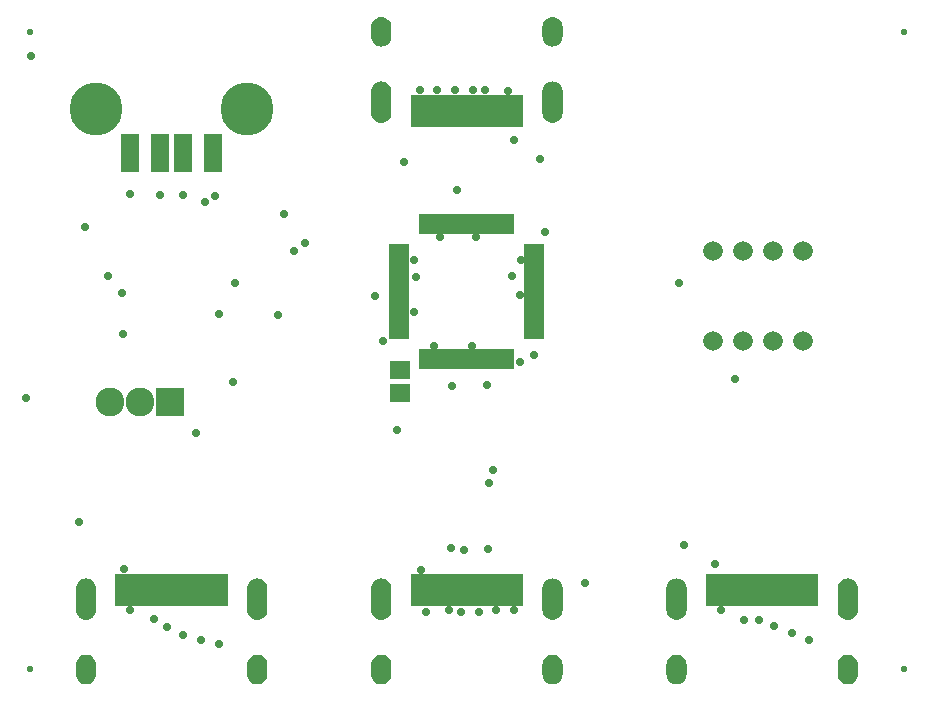
<source format=gbr>
G04 EAGLE Gerber RS-274X export*
G75*
%MOMM*%
%FSLAX34Y34*%
%LPD*%
%INSoldermask Top*%
%IPPOS*%
%AMOC8*
5,1,8,0,0,1.08239X$1,22.5*%
G01*
%ADD10C,0.553200*%
%ADD11R,0.503200X2.803200*%
%ADD12R,1.676400X0.482600*%
%ADD13R,0.482600X1.676400*%
%ADD14C,1.666238*%
%ADD15R,2.435200X2.435200*%
%ADD16C,2.435200*%
%ADD17R,1.503200X3.203200*%
%ADD18C,4.487200*%
%ADD19R,1.703200X1.503200*%
%ADD20C,0.705600*%

G36*
X474163Y493014D02*
X474163Y493014D01*
X474168Y493019D01*
X474173Y493016D01*
X475767Y493500D01*
X475771Y493506D01*
X475776Y493504D01*
X477246Y494289D01*
X477249Y494296D01*
X477254Y494294D01*
X478542Y495352D01*
X478543Y495359D01*
X478548Y495358D01*
X479606Y496646D01*
X479606Y496654D01*
X479611Y496654D01*
X480396Y498124D01*
X480395Y498131D01*
X480400Y498133D01*
X480884Y499727D01*
X480883Y499731D01*
X480885Y499732D01*
X480883Y499735D01*
X480886Y499737D01*
X481049Y501395D01*
X481047Y501398D01*
X481049Y501400D01*
X481049Y519400D01*
X481047Y519403D01*
X481049Y519405D01*
X480886Y521063D01*
X480881Y521068D01*
X480884Y521073D01*
X480400Y522667D01*
X480394Y522671D01*
X480396Y522676D01*
X479611Y524146D01*
X479604Y524149D01*
X479606Y524154D01*
X478548Y525442D01*
X478541Y525443D01*
X478542Y525448D01*
X477254Y526506D01*
X477246Y526506D01*
X477246Y526511D01*
X475776Y527296D01*
X475769Y527295D01*
X475767Y527300D01*
X474173Y527784D01*
X474166Y527781D01*
X474163Y527786D01*
X472505Y527949D01*
X472499Y527945D01*
X472495Y527949D01*
X470837Y527786D01*
X470832Y527781D01*
X470827Y527784D01*
X469233Y527300D01*
X469229Y527294D01*
X469224Y527296D01*
X467754Y526511D01*
X467751Y526504D01*
X467746Y526506D01*
X466458Y525448D01*
X466457Y525441D01*
X466452Y525442D01*
X465394Y524154D01*
X465394Y524146D01*
X465389Y524146D01*
X464604Y522676D01*
X464605Y522669D01*
X464600Y522667D01*
X464116Y521073D01*
X464119Y521066D01*
X464114Y521063D01*
X463951Y519405D01*
X463953Y519402D01*
X463951Y519400D01*
X463951Y501400D01*
X463953Y501397D01*
X463951Y501395D01*
X464114Y499737D01*
X464119Y499732D01*
X464116Y499727D01*
X464600Y498133D01*
X464606Y498129D01*
X464604Y498124D01*
X465389Y496654D01*
X465396Y496651D01*
X465394Y496646D01*
X466452Y495358D01*
X466459Y495357D01*
X466458Y495352D01*
X467746Y494294D01*
X467754Y494294D01*
X467754Y494289D01*
X469224Y493504D01*
X469231Y493505D01*
X469233Y493500D01*
X470827Y493016D01*
X470834Y493019D01*
X470837Y493014D01*
X472495Y492851D01*
X472501Y492855D01*
X472505Y492851D01*
X474163Y493014D01*
G37*
G36*
X329163Y493014D02*
X329163Y493014D01*
X329168Y493019D01*
X329173Y493016D01*
X330767Y493500D01*
X330771Y493506D01*
X330776Y493504D01*
X332246Y494289D01*
X332249Y494296D01*
X332254Y494294D01*
X333542Y495352D01*
X333543Y495359D01*
X333548Y495358D01*
X334606Y496646D01*
X334606Y496654D01*
X334611Y496654D01*
X335396Y498124D01*
X335395Y498131D01*
X335400Y498133D01*
X335884Y499727D01*
X335883Y499731D01*
X335885Y499732D01*
X335883Y499735D01*
X335886Y499737D01*
X336049Y501395D01*
X336047Y501398D01*
X336049Y501400D01*
X336049Y519400D01*
X336047Y519403D01*
X336049Y519405D01*
X335886Y521063D01*
X335881Y521068D01*
X335884Y521073D01*
X335400Y522667D01*
X335394Y522671D01*
X335396Y522676D01*
X334611Y524146D01*
X334604Y524149D01*
X334606Y524154D01*
X333548Y525442D01*
X333541Y525443D01*
X333542Y525448D01*
X332254Y526506D01*
X332246Y526506D01*
X332246Y526511D01*
X330776Y527296D01*
X330769Y527295D01*
X330767Y527300D01*
X329173Y527784D01*
X329166Y527781D01*
X329163Y527786D01*
X327505Y527949D01*
X327499Y527945D01*
X327495Y527949D01*
X325837Y527786D01*
X325832Y527781D01*
X325827Y527784D01*
X324233Y527300D01*
X324229Y527294D01*
X324224Y527296D01*
X322754Y526511D01*
X322751Y526504D01*
X322746Y526506D01*
X321458Y525448D01*
X321457Y525441D01*
X321452Y525442D01*
X320394Y524154D01*
X320394Y524146D01*
X320389Y524146D01*
X319604Y522676D01*
X319605Y522669D01*
X319600Y522667D01*
X319116Y521073D01*
X319119Y521066D01*
X319114Y521063D01*
X318951Y519405D01*
X318953Y519402D01*
X318951Y519400D01*
X318951Y501400D01*
X318953Y501397D01*
X318951Y501395D01*
X319114Y499737D01*
X319119Y499732D01*
X319116Y499727D01*
X319600Y498133D01*
X319606Y498129D01*
X319604Y498124D01*
X320389Y496654D01*
X320396Y496651D01*
X320394Y496646D01*
X321452Y495358D01*
X321459Y495357D01*
X321458Y495352D01*
X322746Y494294D01*
X322754Y494294D01*
X322754Y494289D01*
X324224Y493504D01*
X324231Y493505D01*
X324233Y493500D01*
X325827Y493016D01*
X325834Y493019D01*
X325837Y493014D01*
X327495Y492851D01*
X327501Y492855D01*
X327505Y492851D01*
X329163Y493014D01*
G37*
G36*
X79163Y72214D02*
X79163Y72214D01*
X79168Y72219D01*
X79173Y72216D01*
X80767Y72700D01*
X80771Y72706D01*
X80776Y72704D01*
X82246Y73489D01*
X82249Y73496D01*
X82254Y73494D01*
X83542Y74552D01*
X83543Y74559D01*
X83548Y74558D01*
X84606Y75846D01*
X84606Y75854D01*
X84611Y75854D01*
X85396Y77324D01*
X85395Y77331D01*
X85400Y77333D01*
X85884Y78927D01*
X85883Y78931D01*
X85885Y78932D01*
X85883Y78935D01*
X85886Y78937D01*
X86049Y80595D01*
X86047Y80598D01*
X86049Y80600D01*
X86049Y98600D01*
X86047Y98603D01*
X86049Y98605D01*
X85886Y100263D01*
X85881Y100268D01*
X85884Y100273D01*
X85400Y101867D01*
X85394Y101871D01*
X85396Y101876D01*
X84611Y103346D01*
X84604Y103349D01*
X84606Y103354D01*
X83548Y104642D01*
X83541Y104643D01*
X83542Y104648D01*
X82254Y105706D01*
X82246Y105706D01*
X82246Y105711D01*
X80776Y106496D01*
X80769Y106495D01*
X80767Y106500D01*
X79173Y106984D01*
X79166Y106981D01*
X79163Y106986D01*
X77505Y107149D01*
X77499Y107145D01*
X77495Y107149D01*
X75837Y106986D01*
X75832Y106981D01*
X75827Y106984D01*
X74233Y106500D01*
X74229Y106494D01*
X74224Y106496D01*
X72754Y105711D01*
X72751Y105704D01*
X72746Y105706D01*
X71458Y104648D01*
X71457Y104641D01*
X71452Y104642D01*
X70394Y103354D01*
X70394Y103346D01*
X70389Y103346D01*
X69604Y101876D01*
X69605Y101869D01*
X69600Y101867D01*
X69116Y100273D01*
X69119Y100266D01*
X69114Y100263D01*
X68951Y98605D01*
X68953Y98602D01*
X68951Y98600D01*
X68951Y80600D01*
X68953Y80597D01*
X68951Y80595D01*
X69114Y78937D01*
X69119Y78932D01*
X69116Y78927D01*
X69600Y77333D01*
X69606Y77329D01*
X69604Y77324D01*
X70389Y75854D01*
X70396Y75851D01*
X70394Y75846D01*
X71452Y74558D01*
X71459Y74557D01*
X71458Y74552D01*
X72746Y73494D01*
X72754Y73494D01*
X72754Y73489D01*
X74224Y72704D01*
X74231Y72705D01*
X74233Y72700D01*
X75827Y72216D01*
X75834Y72219D01*
X75837Y72214D01*
X77495Y72051D01*
X77501Y72055D01*
X77505Y72051D01*
X79163Y72214D01*
G37*
G36*
X329163Y72214D02*
X329163Y72214D01*
X329168Y72219D01*
X329173Y72216D01*
X330767Y72700D01*
X330771Y72706D01*
X330776Y72704D01*
X332246Y73489D01*
X332249Y73496D01*
X332254Y73494D01*
X333542Y74552D01*
X333543Y74559D01*
X333548Y74558D01*
X334606Y75846D01*
X334606Y75854D01*
X334611Y75854D01*
X335396Y77324D01*
X335395Y77331D01*
X335400Y77333D01*
X335884Y78927D01*
X335883Y78931D01*
X335885Y78932D01*
X335883Y78935D01*
X335886Y78937D01*
X336049Y80595D01*
X336047Y80598D01*
X336049Y80600D01*
X336049Y98600D01*
X336047Y98603D01*
X336049Y98605D01*
X335886Y100263D01*
X335881Y100268D01*
X335884Y100273D01*
X335400Y101867D01*
X335394Y101871D01*
X335396Y101876D01*
X334611Y103346D01*
X334604Y103349D01*
X334606Y103354D01*
X333548Y104642D01*
X333541Y104643D01*
X333542Y104648D01*
X332254Y105706D01*
X332246Y105706D01*
X332246Y105711D01*
X330776Y106496D01*
X330769Y106495D01*
X330767Y106500D01*
X329173Y106984D01*
X329166Y106981D01*
X329163Y106986D01*
X327505Y107149D01*
X327499Y107145D01*
X327495Y107149D01*
X325837Y106986D01*
X325832Y106981D01*
X325827Y106984D01*
X324233Y106500D01*
X324229Y106494D01*
X324224Y106496D01*
X322754Y105711D01*
X322751Y105704D01*
X322746Y105706D01*
X321458Y104648D01*
X321457Y104641D01*
X321452Y104642D01*
X320394Y103354D01*
X320394Y103346D01*
X320389Y103346D01*
X319604Y101876D01*
X319605Y101869D01*
X319600Y101867D01*
X319116Y100273D01*
X319119Y100266D01*
X319114Y100263D01*
X318951Y98605D01*
X318953Y98602D01*
X318951Y98600D01*
X318951Y80600D01*
X318953Y80597D01*
X318951Y80595D01*
X319114Y78937D01*
X319119Y78932D01*
X319116Y78927D01*
X319600Y77333D01*
X319606Y77329D01*
X319604Y77324D01*
X320389Y75854D01*
X320396Y75851D01*
X320394Y75846D01*
X321452Y74558D01*
X321459Y74557D01*
X321458Y74552D01*
X322746Y73494D01*
X322754Y73494D01*
X322754Y73489D01*
X324224Y72704D01*
X324231Y72705D01*
X324233Y72700D01*
X325827Y72216D01*
X325834Y72219D01*
X325837Y72214D01*
X327495Y72051D01*
X327501Y72055D01*
X327505Y72051D01*
X329163Y72214D01*
G37*
G36*
X579163Y72214D02*
X579163Y72214D01*
X579168Y72219D01*
X579173Y72216D01*
X580767Y72700D01*
X580771Y72706D01*
X580776Y72704D01*
X582246Y73489D01*
X582249Y73496D01*
X582254Y73494D01*
X583542Y74552D01*
X583543Y74559D01*
X583548Y74558D01*
X584606Y75846D01*
X584606Y75854D01*
X584611Y75854D01*
X585396Y77324D01*
X585395Y77331D01*
X585400Y77333D01*
X585884Y78927D01*
X585883Y78931D01*
X585885Y78932D01*
X585883Y78935D01*
X585886Y78937D01*
X586049Y80595D01*
X586047Y80598D01*
X586049Y80600D01*
X586049Y98600D01*
X586047Y98603D01*
X586049Y98605D01*
X585886Y100263D01*
X585881Y100268D01*
X585884Y100273D01*
X585400Y101867D01*
X585394Y101871D01*
X585396Y101876D01*
X584611Y103346D01*
X584604Y103349D01*
X584606Y103354D01*
X583548Y104642D01*
X583541Y104643D01*
X583542Y104648D01*
X582254Y105706D01*
X582246Y105706D01*
X582246Y105711D01*
X580776Y106496D01*
X580769Y106495D01*
X580767Y106500D01*
X579173Y106984D01*
X579166Y106981D01*
X579163Y106986D01*
X577505Y107149D01*
X577499Y107145D01*
X577495Y107149D01*
X575837Y106986D01*
X575832Y106981D01*
X575827Y106984D01*
X574233Y106500D01*
X574229Y106494D01*
X574224Y106496D01*
X572754Y105711D01*
X572751Y105704D01*
X572746Y105706D01*
X571458Y104648D01*
X571457Y104641D01*
X571452Y104642D01*
X570394Y103354D01*
X570394Y103346D01*
X570389Y103346D01*
X569604Y101876D01*
X569605Y101869D01*
X569600Y101867D01*
X569116Y100273D01*
X569119Y100266D01*
X569114Y100263D01*
X568951Y98605D01*
X568953Y98602D01*
X568951Y98600D01*
X568951Y80600D01*
X568953Y80597D01*
X568951Y80595D01*
X569114Y78937D01*
X569119Y78932D01*
X569116Y78927D01*
X569600Y77333D01*
X569606Y77329D01*
X569604Y77324D01*
X570389Y75854D01*
X570396Y75851D01*
X570394Y75846D01*
X571452Y74558D01*
X571459Y74557D01*
X571458Y74552D01*
X572746Y73494D01*
X572754Y73494D01*
X572754Y73489D01*
X574224Y72704D01*
X574231Y72705D01*
X574233Y72700D01*
X575827Y72216D01*
X575834Y72219D01*
X575837Y72214D01*
X577495Y72051D01*
X577501Y72055D01*
X577505Y72051D01*
X579163Y72214D01*
G37*
G36*
X724163Y72214D02*
X724163Y72214D01*
X724168Y72219D01*
X724173Y72216D01*
X725767Y72700D01*
X725771Y72706D01*
X725776Y72704D01*
X727246Y73489D01*
X727249Y73496D01*
X727254Y73494D01*
X728542Y74552D01*
X728543Y74559D01*
X728548Y74558D01*
X729606Y75846D01*
X729606Y75854D01*
X729611Y75854D01*
X730396Y77324D01*
X730395Y77331D01*
X730400Y77333D01*
X730884Y78927D01*
X730883Y78931D01*
X730885Y78932D01*
X730883Y78935D01*
X730886Y78937D01*
X731049Y80595D01*
X731047Y80598D01*
X731049Y80600D01*
X731049Y98600D01*
X731047Y98603D01*
X731049Y98605D01*
X730886Y100263D01*
X730881Y100268D01*
X730884Y100273D01*
X730400Y101867D01*
X730394Y101871D01*
X730396Y101876D01*
X729611Y103346D01*
X729604Y103349D01*
X729606Y103354D01*
X728548Y104642D01*
X728541Y104643D01*
X728542Y104648D01*
X727254Y105706D01*
X727246Y105706D01*
X727246Y105711D01*
X725776Y106496D01*
X725769Y106495D01*
X725767Y106500D01*
X724173Y106984D01*
X724166Y106981D01*
X724163Y106986D01*
X722505Y107149D01*
X722499Y107145D01*
X722495Y107149D01*
X720837Y106986D01*
X720832Y106981D01*
X720827Y106984D01*
X719233Y106500D01*
X719229Y106494D01*
X719224Y106496D01*
X717754Y105711D01*
X717751Y105704D01*
X717746Y105706D01*
X716458Y104648D01*
X716457Y104641D01*
X716452Y104642D01*
X715394Y103354D01*
X715394Y103346D01*
X715389Y103346D01*
X714604Y101876D01*
X714605Y101869D01*
X714600Y101867D01*
X714116Y100273D01*
X714119Y100266D01*
X714114Y100263D01*
X713951Y98605D01*
X713953Y98602D01*
X713951Y98600D01*
X713951Y80600D01*
X713953Y80597D01*
X713951Y80595D01*
X714114Y78937D01*
X714119Y78932D01*
X714116Y78927D01*
X714600Y77333D01*
X714606Y77329D01*
X714604Y77324D01*
X715389Y75854D01*
X715396Y75851D01*
X715394Y75846D01*
X716452Y74558D01*
X716459Y74557D01*
X716458Y74552D01*
X717746Y73494D01*
X717754Y73494D01*
X717754Y73489D01*
X719224Y72704D01*
X719231Y72705D01*
X719233Y72700D01*
X720827Y72216D01*
X720834Y72219D01*
X720837Y72214D01*
X722495Y72051D01*
X722501Y72055D01*
X722505Y72051D01*
X724163Y72214D01*
G37*
G36*
X224163Y72214D02*
X224163Y72214D01*
X224168Y72219D01*
X224173Y72216D01*
X225767Y72700D01*
X225771Y72706D01*
X225776Y72704D01*
X227246Y73489D01*
X227249Y73496D01*
X227254Y73494D01*
X228542Y74552D01*
X228543Y74559D01*
X228548Y74558D01*
X229606Y75846D01*
X229606Y75854D01*
X229611Y75854D01*
X230396Y77324D01*
X230395Y77331D01*
X230400Y77333D01*
X230884Y78927D01*
X230883Y78931D01*
X230885Y78932D01*
X230883Y78935D01*
X230886Y78937D01*
X231049Y80595D01*
X231047Y80598D01*
X231049Y80600D01*
X231049Y98600D01*
X231047Y98603D01*
X231049Y98605D01*
X230886Y100263D01*
X230881Y100268D01*
X230884Y100273D01*
X230400Y101867D01*
X230394Y101871D01*
X230396Y101876D01*
X229611Y103346D01*
X229604Y103349D01*
X229606Y103354D01*
X228548Y104642D01*
X228541Y104643D01*
X228542Y104648D01*
X227254Y105706D01*
X227246Y105706D01*
X227246Y105711D01*
X225776Y106496D01*
X225769Y106495D01*
X225767Y106500D01*
X224173Y106984D01*
X224166Y106981D01*
X224163Y106986D01*
X222505Y107149D01*
X222499Y107145D01*
X222495Y107149D01*
X220837Y106986D01*
X220832Y106981D01*
X220827Y106984D01*
X219233Y106500D01*
X219229Y106494D01*
X219224Y106496D01*
X217754Y105711D01*
X217751Y105704D01*
X217746Y105706D01*
X216458Y104648D01*
X216457Y104641D01*
X216452Y104642D01*
X215394Y103354D01*
X215394Y103346D01*
X215389Y103346D01*
X214604Y101876D01*
X214605Y101869D01*
X214600Y101867D01*
X214116Y100273D01*
X214119Y100266D01*
X214114Y100263D01*
X213951Y98605D01*
X213953Y98602D01*
X213951Y98600D01*
X213951Y80600D01*
X213953Y80597D01*
X213951Y80595D01*
X214114Y78937D01*
X214119Y78932D01*
X214116Y78927D01*
X214600Y77333D01*
X214606Y77329D01*
X214604Y77324D01*
X215389Y75854D01*
X215396Y75851D01*
X215394Y75846D01*
X216452Y74558D01*
X216459Y74557D01*
X216458Y74552D01*
X217746Y73494D01*
X217754Y73494D01*
X217754Y73489D01*
X219224Y72704D01*
X219231Y72705D01*
X219233Y72700D01*
X220827Y72216D01*
X220834Y72219D01*
X220837Y72214D01*
X222495Y72051D01*
X222501Y72055D01*
X222505Y72051D01*
X224163Y72214D01*
G37*
G36*
X474163Y72214D02*
X474163Y72214D01*
X474168Y72219D01*
X474173Y72216D01*
X475767Y72700D01*
X475771Y72706D01*
X475776Y72704D01*
X477246Y73489D01*
X477249Y73496D01*
X477254Y73494D01*
X478542Y74552D01*
X478543Y74559D01*
X478548Y74558D01*
X479606Y75846D01*
X479606Y75854D01*
X479611Y75854D01*
X480396Y77324D01*
X480395Y77331D01*
X480400Y77333D01*
X480884Y78927D01*
X480883Y78931D01*
X480885Y78932D01*
X480883Y78935D01*
X480886Y78937D01*
X481049Y80595D01*
X481047Y80598D01*
X481049Y80600D01*
X481049Y98600D01*
X481047Y98603D01*
X481049Y98605D01*
X480886Y100263D01*
X480881Y100268D01*
X480884Y100273D01*
X480400Y101867D01*
X480394Y101871D01*
X480396Y101876D01*
X479611Y103346D01*
X479604Y103349D01*
X479606Y103354D01*
X478548Y104642D01*
X478541Y104643D01*
X478542Y104648D01*
X477254Y105706D01*
X477246Y105706D01*
X477246Y105711D01*
X475776Y106496D01*
X475769Y106495D01*
X475767Y106500D01*
X474173Y106984D01*
X474166Y106981D01*
X474163Y106986D01*
X472505Y107149D01*
X472499Y107145D01*
X472495Y107149D01*
X470837Y106986D01*
X470832Y106981D01*
X470827Y106984D01*
X469233Y106500D01*
X469229Y106494D01*
X469224Y106496D01*
X467754Y105711D01*
X467751Y105704D01*
X467746Y105706D01*
X466458Y104648D01*
X466457Y104641D01*
X466452Y104642D01*
X465394Y103354D01*
X465394Y103346D01*
X465389Y103346D01*
X464604Y101876D01*
X464605Y101869D01*
X464600Y101867D01*
X464116Y100273D01*
X464119Y100266D01*
X464114Y100263D01*
X463951Y98605D01*
X463953Y98602D01*
X463951Y98600D01*
X463951Y80600D01*
X463953Y80597D01*
X463951Y80595D01*
X464114Y78937D01*
X464119Y78932D01*
X464116Y78927D01*
X464600Y77333D01*
X464606Y77329D01*
X464604Y77324D01*
X465389Y75854D01*
X465396Y75851D01*
X465394Y75846D01*
X466452Y74558D01*
X466459Y74557D01*
X466458Y74552D01*
X467746Y73494D01*
X467754Y73494D01*
X467754Y73489D01*
X469224Y72704D01*
X469231Y72705D01*
X469233Y72700D01*
X470827Y72216D01*
X470834Y72219D01*
X470837Y72214D01*
X472495Y72051D01*
X472501Y72055D01*
X472505Y72051D01*
X474163Y72214D01*
G37*
G36*
X474163Y557614D02*
X474163Y557614D01*
X474168Y557619D01*
X474173Y557616D01*
X475767Y558100D01*
X475771Y558106D01*
X475776Y558104D01*
X477246Y558889D01*
X477249Y558896D01*
X477254Y558894D01*
X478542Y559952D01*
X478543Y559959D01*
X478548Y559958D01*
X479606Y561246D01*
X479606Y561254D01*
X479611Y561254D01*
X480396Y562724D01*
X480395Y562731D01*
X480400Y562733D01*
X480884Y564327D01*
X480883Y564331D01*
X480884Y564332D01*
X480883Y564335D01*
X480886Y564337D01*
X481049Y565995D01*
X481047Y565998D01*
X481049Y566000D01*
X481049Y574000D01*
X481047Y574003D01*
X481049Y574005D01*
X480886Y575663D01*
X480881Y575668D01*
X480884Y575673D01*
X480400Y577267D01*
X480394Y577271D01*
X480396Y577276D01*
X479611Y578746D01*
X479604Y578749D01*
X479606Y578754D01*
X478548Y580042D01*
X478541Y580043D01*
X478542Y580048D01*
X477254Y581106D01*
X477246Y581106D01*
X477246Y581111D01*
X475776Y581896D01*
X475769Y581895D01*
X475767Y581900D01*
X474173Y582384D01*
X474166Y582381D01*
X474163Y582386D01*
X472505Y582549D01*
X472499Y582545D01*
X472495Y582549D01*
X470837Y582386D01*
X470832Y582381D01*
X470827Y582384D01*
X469233Y581900D01*
X469229Y581894D01*
X469224Y581896D01*
X467754Y581111D01*
X467751Y581104D01*
X467746Y581106D01*
X466458Y580048D01*
X466457Y580041D01*
X466452Y580042D01*
X465394Y578754D01*
X465394Y578746D01*
X465389Y578746D01*
X464604Y577276D01*
X464605Y577269D01*
X464600Y577267D01*
X464116Y575673D01*
X464119Y575666D01*
X464114Y575663D01*
X463951Y574005D01*
X463953Y574002D01*
X463951Y574000D01*
X463951Y566000D01*
X463953Y565997D01*
X463951Y565995D01*
X464114Y564337D01*
X464119Y564332D01*
X464116Y564327D01*
X464600Y562733D01*
X464606Y562729D01*
X464604Y562724D01*
X465389Y561254D01*
X465396Y561251D01*
X465394Y561246D01*
X466452Y559958D01*
X466459Y559957D01*
X466458Y559952D01*
X467746Y558894D01*
X467754Y558894D01*
X467754Y558889D01*
X469224Y558104D01*
X469231Y558105D01*
X469233Y558100D01*
X470827Y557616D01*
X470834Y557619D01*
X470837Y557614D01*
X472495Y557451D01*
X472501Y557455D01*
X472505Y557451D01*
X474163Y557614D01*
G37*
G36*
X329163Y557614D02*
X329163Y557614D01*
X329168Y557619D01*
X329173Y557616D01*
X330767Y558100D01*
X330771Y558106D01*
X330776Y558104D01*
X332246Y558889D01*
X332249Y558896D01*
X332254Y558894D01*
X333542Y559952D01*
X333543Y559959D01*
X333548Y559958D01*
X334606Y561246D01*
X334606Y561254D01*
X334611Y561254D01*
X335396Y562724D01*
X335395Y562731D01*
X335400Y562733D01*
X335884Y564327D01*
X335883Y564331D01*
X335884Y564332D01*
X335883Y564335D01*
X335886Y564337D01*
X336049Y565995D01*
X336047Y565998D01*
X336049Y566000D01*
X336049Y574000D01*
X336047Y574003D01*
X336049Y574005D01*
X335886Y575663D01*
X335881Y575668D01*
X335884Y575673D01*
X335400Y577267D01*
X335394Y577271D01*
X335396Y577276D01*
X334611Y578746D01*
X334604Y578749D01*
X334606Y578754D01*
X333548Y580042D01*
X333541Y580043D01*
X333542Y580048D01*
X332254Y581106D01*
X332246Y581106D01*
X332246Y581111D01*
X330776Y581896D01*
X330769Y581895D01*
X330767Y581900D01*
X329173Y582384D01*
X329166Y582381D01*
X329163Y582386D01*
X327505Y582549D01*
X327499Y582545D01*
X327495Y582549D01*
X325837Y582386D01*
X325832Y582381D01*
X325827Y582384D01*
X324233Y581900D01*
X324229Y581894D01*
X324224Y581896D01*
X322754Y581111D01*
X322751Y581104D01*
X322746Y581106D01*
X321458Y580048D01*
X321457Y580041D01*
X321452Y580042D01*
X320394Y578754D01*
X320394Y578746D01*
X320389Y578746D01*
X319604Y577276D01*
X319605Y577269D01*
X319600Y577267D01*
X319116Y575673D01*
X319119Y575666D01*
X319114Y575663D01*
X318951Y574005D01*
X318953Y574002D01*
X318951Y574000D01*
X318951Y566000D01*
X318953Y565997D01*
X318951Y565995D01*
X319114Y564337D01*
X319119Y564332D01*
X319116Y564327D01*
X319600Y562733D01*
X319606Y562729D01*
X319604Y562724D01*
X320389Y561254D01*
X320396Y561251D01*
X320394Y561246D01*
X321452Y559958D01*
X321459Y559957D01*
X321458Y559952D01*
X322746Y558894D01*
X322754Y558894D01*
X322754Y558889D01*
X324224Y558104D01*
X324231Y558105D01*
X324233Y558100D01*
X325827Y557616D01*
X325834Y557619D01*
X325837Y557614D01*
X327495Y557451D01*
X327501Y557455D01*
X327505Y557451D01*
X329163Y557614D01*
G37*
G36*
X724163Y17614D02*
X724163Y17614D01*
X724168Y17619D01*
X724173Y17616D01*
X725767Y18100D01*
X725771Y18106D01*
X725776Y18104D01*
X727246Y18889D01*
X727249Y18896D01*
X727254Y18894D01*
X728542Y19952D01*
X728543Y19959D01*
X728548Y19958D01*
X729606Y21246D01*
X729606Y21254D01*
X729611Y21254D01*
X730396Y22724D01*
X730395Y22731D01*
X730400Y22733D01*
X730884Y24327D01*
X730883Y24331D01*
X730884Y24332D01*
X730883Y24335D01*
X730886Y24337D01*
X731049Y25995D01*
X731047Y25998D01*
X731049Y26000D01*
X731049Y34000D01*
X731047Y34003D01*
X731049Y34005D01*
X730886Y35663D01*
X730881Y35668D01*
X730884Y35673D01*
X730400Y37267D01*
X730394Y37271D01*
X730396Y37276D01*
X729611Y38746D01*
X729604Y38749D01*
X729606Y38754D01*
X728548Y40042D01*
X728541Y40043D01*
X728542Y40048D01*
X727254Y41106D01*
X727246Y41106D01*
X727246Y41111D01*
X725776Y41896D01*
X725769Y41895D01*
X725767Y41900D01*
X724173Y42384D01*
X724166Y42381D01*
X724163Y42386D01*
X722505Y42549D01*
X722499Y42545D01*
X722495Y42549D01*
X720837Y42386D01*
X720832Y42381D01*
X720827Y42384D01*
X719233Y41900D01*
X719229Y41894D01*
X719224Y41896D01*
X717754Y41111D01*
X717751Y41104D01*
X717746Y41106D01*
X716458Y40048D01*
X716457Y40041D01*
X716452Y40042D01*
X715394Y38754D01*
X715394Y38746D01*
X715389Y38746D01*
X714604Y37276D01*
X714605Y37269D01*
X714600Y37267D01*
X714116Y35673D01*
X714119Y35666D01*
X714114Y35663D01*
X713951Y34005D01*
X713953Y34002D01*
X713951Y34000D01*
X713951Y26000D01*
X713953Y25997D01*
X713951Y25995D01*
X714114Y24337D01*
X714119Y24332D01*
X714116Y24327D01*
X714600Y22733D01*
X714606Y22729D01*
X714604Y22724D01*
X715389Y21254D01*
X715396Y21251D01*
X715394Y21246D01*
X716452Y19958D01*
X716459Y19957D01*
X716458Y19952D01*
X717746Y18894D01*
X717754Y18894D01*
X717754Y18889D01*
X719224Y18104D01*
X719231Y18105D01*
X719233Y18100D01*
X720827Y17616D01*
X720834Y17619D01*
X720837Y17614D01*
X722495Y17451D01*
X722501Y17455D01*
X722505Y17451D01*
X724163Y17614D01*
G37*
G36*
X329163Y17614D02*
X329163Y17614D01*
X329168Y17619D01*
X329173Y17616D01*
X330767Y18100D01*
X330771Y18106D01*
X330776Y18104D01*
X332246Y18889D01*
X332249Y18896D01*
X332254Y18894D01*
X333542Y19952D01*
X333543Y19959D01*
X333548Y19958D01*
X334606Y21246D01*
X334606Y21254D01*
X334611Y21254D01*
X335396Y22724D01*
X335395Y22731D01*
X335400Y22733D01*
X335884Y24327D01*
X335883Y24331D01*
X335884Y24332D01*
X335883Y24335D01*
X335886Y24337D01*
X336049Y25995D01*
X336047Y25998D01*
X336049Y26000D01*
X336049Y34000D01*
X336047Y34003D01*
X336049Y34005D01*
X335886Y35663D01*
X335881Y35668D01*
X335884Y35673D01*
X335400Y37267D01*
X335394Y37271D01*
X335396Y37276D01*
X334611Y38746D01*
X334604Y38749D01*
X334606Y38754D01*
X333548Y40042D01*
X333541Y40043D01*
X333542Y40048D01*
X332254Y41106D01*
X332246Y41106D01*
X332246Y41111D01*
X330776Y41896D01*
X330769Y41895D01*
X330767Y41900D01*
X329173Y42384D01*
X329166Y42381D01*
X329163Y42386D01*
X327505Y42549D01*
X327499Y42545D01*
X327495Y42549D01*
X325837Y42386D01*
X325832Y42381D01*
X325827Y42384D01*
X324233Y41900D01*
X324229Y41894D01*
X324224Y41896D01*
X322754Y41111D01*
X322751Y41104D01*
X322746Y41106D01*
X321458Y40048D01*
X321457Y40041D01*
X321452Y40042D01*
X320394Y38754D01*
X320394Y38746D01*
X320389Y38746D01*
X319604Y37276D01*
X319605Y37269D01*
X319600Y37267D01*
X319116Y35673D01*
X319119Y35666D01*
X319114Y35663D01*
X318951Y34005D01*
X318953Y34002D01*
X318951Y34000D01*
X318951Y26000D01*
X318953Y25997D01*
X318951Y25995D01*
X319114Y24337D01*
X319119Y24332D01*
X319116Y24327D01*
X319600Y22733D01*
X319606Y22729D01*
X319604Y22724D01*
X320389Y21254D01*
X320396Y21251D01*
X320394Y21246D01*
X321452Y19958D01*
X321459Y19957D01*
X321458Y19952D01*
X322746Y18894D01*
X322754Y18894D01*
X322754Y18889D01*
X324224Y18104D01*
X324231Y18105D01*
X324233Y18100D01*
X325827Y17616D01*
X325834Y17619D01*
X325837Y17614D01*
X327495Y17451D01*
X327501Y17455D01*
X327505Y17451D01*
X329163Y17614D01*
G37*
G36*
X474163Y17614D02*
X474163Y17614D01*
X474168Y17619D01*
X474173Y17616D01*
X475767Y18100D01*
X475771Y18106D01*
X475776Y18104D01*
X477246Y18889D01*
X477249Y18896D01*
X477254Y18894D01*
X478542Y19952D01*
X478543Y19959D01*
X478548Y19958D01*
X479606Y21246D01*
X479606Y21254D01*
X479611Y21254D01*
X480396Y22724D01*
X480395Y22731D01*
X480400Y22733D01*
X480884Y24327D01*
X480883Y24331D01*
X480884Y24332D01*
X480883Y24335D01*
X480886Y24337D01*
X481049Y25995D01*
X481047Y25998D01*
X481049Y26000D01*
X481049Y34000D01*
X481047Y34003D01*
X481049Y34005D01*
X480886Y35663D01*
X480881Y35668D01*
X480884Y35673D01*
X480400Y37267D01*
X480394Y37271D01*
X480396Y37276D01*
X479611Y38746D01*
X479604Y38749D01*
X479606Y38754D01*
X478548Y40042D01*
X478541Y40043D01*
X478542Y40048D01*
X477254Y41106D01*
X477246Y41106D01*
X477246Y41111D01*
X475776Y41896D01*
X475769Y41895D01*
X475767Y41900D01*
X474173Y42384D01*
X474166Y42381D01*
X474163Y42386D01*
X472505Y42549D01*
X472499Y42545D01*
X472495Y42549D01*
X470837Y42386D01*
X470832Y42381D01*
X470827Y42384D01*
X469233Y41900D01*
X469229Y41894D01*
X469224Y41896D01*
X467754Y41111D01*
X467751Y41104D01*
X467746Y41106D01*
X466458Y40048D01*
X466457Y40041D01*
X466452Y40042D01*
X465394Y38754D01*
X465394Y38746D01*
X465389Y38746D01*
X464604Y37276D01*
X464605Y37269D01*
X464600Y37267D01*
X464116Y35673D01*
X464119Y35666D01*
X464114Y35663D01*
X463951Y34005D01*
X463953Y34002D01*
X463951Y34000D01*
X463951Y26000D01*
X463953Y25997D01*
X463951Y25995D01*
X464114Y24337D01*
X464119Y24332D01*
X464116Y24327D01*
X464600Y22733D01*
X464606Y22729D01*
X464604Y22724D01*
X465389Y21254D01*
X465396Y21251D01*
X465394Y21246D01*
X466452Y19958D01*
X466459Y19957D01*
X466458Y19952D01*
X467746Y18894D01*
X467754Y18894D01*
X467754Y18889D01*
X469224Y18104D01*
X469231Y18105D01*
X469233Y18100D01*
X470827Y17616D01*
X470834Y17619D01*
X470837Y17614D01*
X472495Y17451D01*
X472501Y17455D01*
X472505Y17451D01*
X474163Y17614D01*
G37*
G36*
X224163Y17614D02*
X224163Y17614D01*
X224168Y17619D01*
X224173Y17616D01*
X225767Y18100D01*
X225771Y18106D01*
X225776Y18104D01*
X227246Y18889D01*
X227249Y18896D01*
X227254Y18894D01*
X228542Y19952D01*
X228543Y19959D01*
X228548Y19958D01*
X229606Y21246D01*
X229606Y21254D01*
X229611Y21254D01*
X230396Y22724D01*
X230395Y22731D01*
X230400Y22733D01*
X230884Y24327D01*
X230883Y24331D01*
X230884Y24332D01*
X230883Y24335D01*
X230886Y24337D01*
X231049Y25995D01*
X231047Y25998D01*
X231049Y26000D01*
X231049Y34000D01*
X231047Y34003D01*
X231049Y34005D01*
X230886Y35663D01*
X230881Y35668D01*
X230884Y35673D01*
X230400Y37267D01*
X230394Y37271D01*
X230396Y37276D01*
X229611Y38746D01*
X229604Y38749D01*
X229606Y38754D01*
X228548Y40042D01*
X228541Y40043D01*
X228542Y40048D01*
X227254Y41106D01*
X227246Y41106D01*
X227246Y41111D01*
X225776Y41896D01*
X225769Y41895D01*
X225767Y41900D01*
X224173Y42384D01*
X224166Y42381D01*
X224163Y42386D01*
X222505Y42549D01*
X222499Y42545D01*
X222495Y42549D01*
X220837Y42386D01*
X220832Y42381D01*
X220827Y42384D01*
X219233Y41900D01*
X219229Y41894D01*
X219224Y41896D01*
X217754Y41111D01*
X217751Y41104D01*
X217746Y41106D01*
X216458Y40048D01*
X216457Y40041D01*
X216452Y40042D01*
X215394Y38754D01*
X215394Y38746D01*
X215389Y38746D01*
X214604Y37276D01*
X214605Y37269D01*
X214600Y37267D01*
X214116Y35673D01*
X214119Y35666D01*
X214114Y35663D01*
X213951Y34005D01*
X213953Y34002D01*
X213951Y34000D01*
X213951Y26000D01*
X213953Y25997D01*
X213951Y25995D01*
X214114Y24337D01*
X214119Y24332D01*
X214116Y24327D01*
X214600Y22733D01*
X214606Y22729D01*
X214604Y22724D01*
X215389Y21254D01*
X215396Y21251D01*
X215394Y21246D01*
X216452Y19958D01*
X216459Y19957D01*
X216458Y19952D01*
X217746Y18894D01*
X217754Y18894D01*
X217754Y18889D01*
X219224Y18104D01*
X219231Y18105D01*
X219233Y18100D01*
X220827Y17616D01*
X220834Y17619D01*
X220837Y17614D01*
X222495Y17451D01*
X222501Y17455D01*
X222505Y17451D01*
X224163Y17614D01*
G37*
G36*
X579163Y17614D02*
X579163Y17614D01*
X579168Y17619D01*
X579173Y17616D01*
X580767Y18100D01*
X580771Y18106D01*
X580776Y18104D01*
X582246Y18889D01*
X582249Y18896D01*
X582254Y18894D01*
X583542Y19952D01*
X583543Y19959D01*
X583548Y19958D01*
X584606Y21246D01*
X584606Y21254D01*
X584611Y21254D01*
X585396Y22724D01*
X585395Y22731D01*
X585400Y22733D01*
X585884Y24327D01*
X585883Y24331D01*
X585884Y24332D01*
X585883Y24335D01*
X585886Y24337D01*
X586049Y25995D01*
X586047Y25998D01*
X586049Y26000D01*
X586049Y34000D01*
X586047Y34003D01*
X586049Y34005D01*
X585886Y35663D01*
X585881Y35668D01*
X585884Y35673D01*
X585400Y37267D01*
X585394Y37271D01*
X585396Y37276D01*
X584611Y38746D01*
X584604Y38749D01*
X584606Y38754D01*
X583548Y40042D01*
X583541Y40043D01*
X583542Y40048D01*
X582254Y41106D01*
X582246Y41106D01*
X582246Y41111D01*
X580776Y41896D01*
X580769Y41895D01*
X580767Y41900D01*
X579173Y42384D01*
X579166Y42381D01*
X579163Y42386D01*
X577505Y42549D01*
X577499Y42545D01*
X577495Y42549D01*
X575837Y42386D01*
X575832Y42381D01*
X575827Y42384D01*
X574233Y41900D01*
X574229Y41894D01*
X574224Y41896D01*
X572754Y41111D01*
X572751Y41104D01*
X572746Y41106D01*
X571458Y40048D01*
X571457Y40041D01*
X571452Y40042D01*
X570394Y38754D01*
X570394Y38746D01*
X570389Y38746D01*
X569604Y37276D01*
X569605Y37269D01*
X569600Y37267D01*
X569116Y35673D01*
X569119Y35666D01*
X569114Y35663D01*
X568951Y34005D01*
X568953Y34002D01*
X568951Y34000D01*
X568951Y26000D01*
X568953Y25997D01*
X568951Y25995D01*
X569114Y24337D01*
X569119Y24332D01*
X569116Y24327D01*
X569600Y22733D01*
X569606Y22729D01*
X569604Y22724D01*
X570389Y21254D01*
X570396Y21251D01*
X570394Y21246D01*
X571452Y19958D01*
X571459Y19957D01*
X571458Y19952D01*
X572746Y18894D01*
X572754Y18894D01*
X572754Y18889D01*
X574224Y18104D01*
X574231Y18105D01*
X574233Y18100D01*
X575827Y17616D01*
X575834Y17619D01*
X575837Y17614D01*
X577495Y17451D01*
X577501Y17455D01*
X577505Y17451D01*
X579163Y17614D01*
G37*
G36*
X79163Y17614D02*
X79163Y17614D01*
X79168Y17619D01*
X79173Y17616D01*
X80767Y18100D01*
X80771Y18106D01*
X80776Y18104D01*
X82246Y18889D01*
X82249Y18896D01*
X82254Y18894D01*
X83542Y19952D01*
X83543Y19959D01*
X83548Y19958D01*
X84606Y21246D01*
X84606Y21254D01*
X84611Y21254D01*
X85396Y22724D01*
X85395Y22731D01*
X85400Y22733D01*
X85884Y24327D01*
X85883Y24331D01*
X85884Y24332D01*
X85883Y24335D01*
X85886Y24337D01*
X86049Y25995D01*
X86047Y25998D01*
X86049Y26000D01*
X86049Y34000D01*
X86047Y34003D01*
X86049Y34005D01*
X85886Y35663D01*
X85881Y35668D01*
X85884Y35673D01*
X85400Y37267D01*
X85394Y37271D01*
X85396Y37276D01*
X84611Y38746D01*
X84604Y38749D01*
X84606Y38754D01*
X83548Y40042D01*
X83541Y40043D01*
X83542Y40048D01*
X82254Y41106D01*
X82246Y41106D01*
X82246Y41111D01*
X80776Y41896D01*
X80769Y41895D01*
X80767Y41900D01*
X79173Y42384D01*
X79166Y42381D01*
X79163Y42386D01*
X77505Y42549D01*
X77499Y42545D01*
X77495Y42549D01*
X75837Y42386D01*
X75832Y42381D01*
X75827Y42384D01*
X74233Y41900D01*
X74229Y41894D01*
X74224Y41896D01*
X72754Y41111D01*
X72751Y41104D01*
X72746Y41106D01*
X71458Y40048D01*
X71457Y40041D01*
X71452Y40042D01*
X70394Y38754D01*
X70394Y38746D01*
X70389Y38746D01*
X69604Y37276D01*
X69605Y37269D01*
X69600Y37267D01*
X69116Y35673D01*
X69119Y35666D01*
X69114Y35663D01*
X68951Y34005D01*
X68953Y34002D01*
X68951Y34000D01*
X68951Y26000D01*
X68953Y25997D01*
X68951Y25995D01*
X69114Y24337D01*
X69119Y24332D01*
X69116Y24327D01*
X69600Y22733D01*
X69606Y22729D01*
X69604Y22724D01*
X70389Y21254D01*
X70396Y21251D01*
X70394Y21246D01*
X71452Y19958D01*
X71459Y19957D01*
X71458Y19952D01*
X72746Y18894D01*
X72754Y18894D01*
X72754Y18889D01*
X74224Y18104D01*
X74231Y18105D01*
X74233Y18100D01*
X75827Y17616D01*
X75834Y17619D01*
X75837Y17614D01*
X77495Y17451D01*
X77501Y17455D01*
X77505Y17451D01*
X79163Y17614D01*
G37*
D10*
X30000Y570000D03*
X30000Y30000D03*
X770000Y570000D03*
X770000Y30000D03*
D11*
X605000Y97200D03*
X695000Y97200D03*
X650000Y97200D03*
X675000Y97200D03*
X625000Y97200D03*
X615000Y97200D03*
X610000Y97200D03*
X620000Y97200D03*
X630000Y97200D03*
X635000Y97200D03*
X640000Y97200D03*
X645000Y97200D03*
X655000Y97200D03*
X660000Y97200D03*
X665000Y97200D03*
X670000Y97200D03*
X680000Y97200D03*
X685000Y97200D03*
X690000Y97200D03*
X445000Y502800D03*
X355000Y502800D03*
X400000Y502800D03*
X375000Y502800D03*
X425000Y502800D03*
X435000Y502800D03*
X440000Y502800D03*
X430000Y502800D03*
X420000Y502800D03*
X415000Y502800D03*
X410000Y502800D03*
X405000Y502800D03*
X395000Y502800D03*
X390000Y502800D03*
X385000Y502800D03*
X380000Y502800D03*
X370000Y502800D03*
X365000Y502800D03*
X360000Y502800D03*
X105000Y97200D03*
X195000Y97200D03*
X150000Y97200D03*
X175000Y97200D03*
X125000Y97200D03*
X115000Y97200D03*
X110000Y97200D03*
X120000Y97200D03*
X130000Y97200D03*
X135000Y97200D03*
X140000Y97200D03*
X145000Y97200D03*
X155000Y97200D03*
X160000Y97200D03*
X165000Y97200D03*
X170000Y97200D03*
X180000Y97200D03*
X185000Y97200D03*
X190000Y97200D03*
X355000Y97200D03*
X445000Y97200D03*
X400000Y97200D03*
X425000Y97200D03*
X375000Y97200D03*
X365000Y97200D03*
X360000Y97200D03*
X370000Y97200D03*
X380000Y97200D03*
X385000Y97200D03*
X390000Y97200D03*
X395000Y97200D03*
X405000Y97200D03*
X410000Y97200D03*
X415000Y97200D03*
X420000Y97200D03*
X430000Y97200D03*
X435000Y97200D03*
X440000Y97200D03*
D12*
X342850Y387592D03*
X342850Y382512D03*
X342850Y377432D03*
X342850Y372606D03*
X342850Y367526D03*
X342850Y362446D03*
X342850Y357620D03*
X342850Y352540D03*
X342850Y347460D03*
X342850Y342380D03*
X342850Y337554D03*
X342850Y332474D03*
X342850Y327394D03*
X342850Y322568D03*
X342850Y317488D03*
X342850Y312408D03*
D13*
X362408Y292850D03*
X367488Y292850D03*
X372568Y292850D03*
X377394Y292850D03*
X382474Y292850D03*
X387554Y292850D03*
X392380Y292850D03*
X397460Y292850D03*
X402540Y292850D03*
X407620Y292850D03*
X412446Y292850D03*
X417526Y292850D03*
X422606Y292850D03*
X427432Y292850D03*
X432512Y292850D03*
X437592Y292850D03*
D12*
X457150Y312408D03*
X457150Y317488D03*
X457150Y322568D03*
X457150Y327394D03*
X457150Y332474D03*
X457150Y337554D03*
X457150Y342380D03*
X457150Y347460D03*
X457150Y352540D03*
X457150Y357620D03*
X457150Y362446D03*
X457150Y367526D03*
X457150Y372606D03*
X457150Y377432D03*
X457150Y382512D03*
X457150Y387592D03*
D13*
X437592Y407150D03*
X432512Y407150D03*
X427432Y407150D03*
X422606Y407150D03*
X417526Y407150D03*
X412446Y407150D03*
X407620Y407150D03*
X402540Y407150D03*
X397460Y407150D03*
X392380Y407150D03*
X387554Y407150D03*
X382474Y407150D03*
X377394Y407150D03*
X372568Y407150D03*
X367488Y407150D03*
X362408Y407150D03*
D14*
X685000Y307800D03*
X659600Y307800D03*
X659600Y384000D03*
X685000Y384000D03*
X634200Y307800D03*
X608800Y307800D03*
X634200Y384000D03*
X608800Y384000D03*
D15*
X148900Y256600D03*
D16*
X123500Y256600D03*
X98100Y256600D03*
D17*
X185000Y467200D03*
X160000Y467200D03*
X140000Y467200D03*
X115000Y467200D03*
D18*
X214000Y504200D03*
X86000Y504200D03*
D19*
X343000Y283500D03*
X343000Y264500D03*
D20*
X395000Y79000D03*
X146000Y66000D03*
X647000Y72000D03*
X405000Y521000D03*
X410000Y79000D03*
X160000Y59000D03*
X660000Y67000D03*
X390000Y521000D03*
X425000Y80000D03*
X175000Y55055D03*
X675000Y61000D03*
X375000Y521000D03*
X440000Y80000D03*
X190000Y51360D03*
X690000Y55000D03*
X360000Y521000D03*
X418788Y188212D03*
X387000Y133000D03*
X422183Y199029D03*
X397212Y130788D03*
X135000Y73000D03*
X384502Y80000D03*
X635000Y72000D03*
X415000Y521000D03*
X115000Y433000D03*
X115000Y80000D03*
X365000Y79000D03*
X615000Y80000D03*
X435000Y520000D03*
X438000Y363000D03*
X392000Y436249D03*
X355000Y377000D03*
X322000Y346000D03*
X329000Y308000D03*
X387031Y270000D03*
X417000Y271000D03*
X240000Y330000D03*
X204000Y357000D03*
X190000Y331000D03*
X108000Y349000D03*
X171000Y230000D03*
X178000Y426000D03*
X377000Y396000D03*
X408000Y396000D03*
X446000Y377000D03*
X444970Y347030D03*
X357150Y362150D03*
X355526Y332600D03*
X372000Y304000D03*
X403970Y304030D03*
X445000Y290000D03*
X457000Y296000D03*
X254000Y384000D03*
X96000Y363000D03*
X263000Y390802D03*
X109000Y314000D03*
X110000Y115000D03*
X439751Y478000D03*
X610249Y119000D03*
X360984Y114249D03*
X140000Y432000D03*
X160000Y432000D03*
X187000Y431000D03*
X31000Y549000D03*
X27000Y260000D03*
X77000Y405000D03*
X72000Y155000D03*
X202000Y273000D03*
X245000Y416000D03*
X347000Y460000D03*
X462000Y462000D03*
X466000Y400000D03*
X580000Y357000D03*
X627000Y276000D03*
X584000Y135000D03*
X500000Y103000D03*
X418000Y132000D03*
X341000Y233000D03*
M02*

</source>
